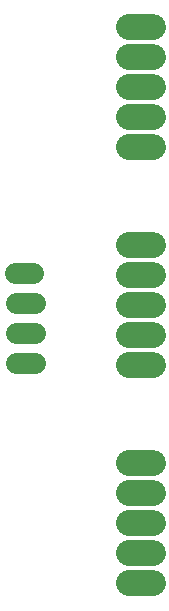
<source format=gbr>
G04 EAGLE Gerber RS-274X export*
G75*
%MOMM*%
%FSLAX34Y34*%
%LPD*%
%INSoldermask Bottom*%
%IPPOS*%
%AMOC8*
5,1,8,0,0,1.08239X$1,22.5*%
G01*
G04 Define Apertures*
%ADD10C,1.793200*%
%ADD11C,2.203200*%
D10*
X1079850Y-441433D02*
X1063950Y-441433D01*
X1063950Y-416033D02*
X1079850Y-416033D01*
X1079850Y-390633D02*
X1063950Y-390633D01*
X1062950Y-365233D02*
X1078850Y-365233D01*
D11*
X1159700Y-627700D02*
X1179700Y-627700D01*
X1179700Y-602300D02*
X1159700Y-602300D01*
X1159700Y-576900D02*
X1179700Y-576900D01*
X1179700Y-551500D02*
X1159700Y-551500D01*
X1159700Y-526100D02*
X1179700Y-526100D01*
X1179700Y-442600D02*
X1159700Y-442600D01*
X1159700Y-417200D02*
X1179700Y-417200D01*
X1179700Y-391800D02*
X1159700Y-391800D01*
X1159700Y-366400D02*
X1179700Y-366400D01*
X1179700Y-341000D02*
X1159700Y-341000D01*
X1159700Y-258500D02*
X1179700Y-258500D01*
X1179700Y-233100D02*
X1159700Y-233100D01*
X1159700Y-207700D02*
X1179700Y-207700D01*
X1179700Y-182300D02*
X1159700Y-182300D01*
X1159700Y-156900D02*
X1179700Y-156900D01*
M02*

</source>
